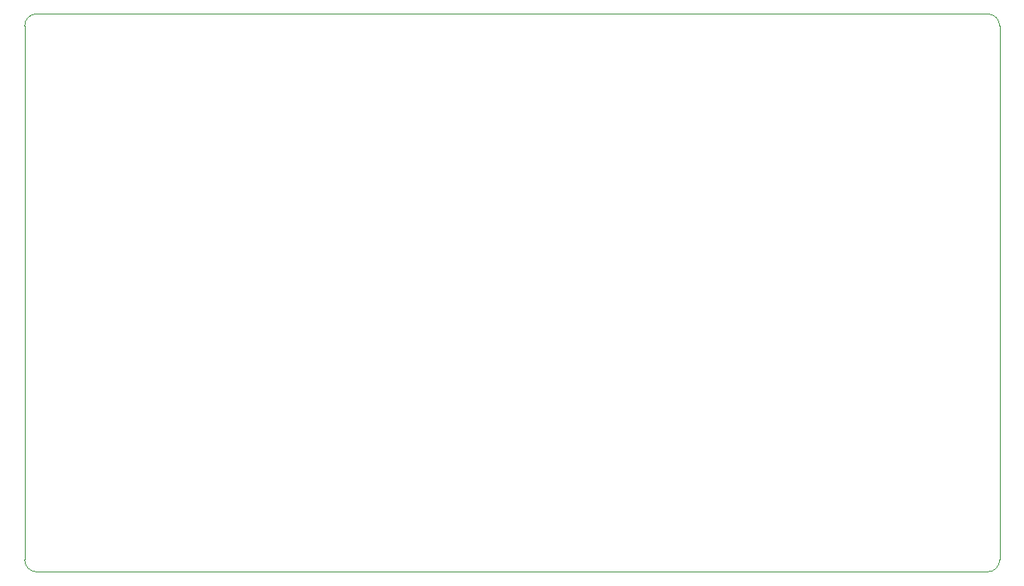
<source format=gbr>
G04 #@! TF.GenerationSoftware,KiCad,Pcbnew,(5.1.7)-1*
G04 #@! TF.CreationDate,2021-11-03T15:22:26-05:00*
G04 #@! TF.ProjectId,battery_pack,62617474-6572-4795-9f70-61636b2e6b69,1.0*
G04 #@! TF.SameCoordinates,Original*
G04 #@! TF.FileFunction,Profile,NP*
%FSLAX46Y46*%
G04 Gerber Fmt 4.6, Leading zero omitted, Abs format (unit mm)*
G04 Created by KiCad (PCBNEW (5.1.7)-1) date 2021-11-03 15:22:26*
%MOMM*%
%LPD*%
G01*
G04 APERTURE LIST*
G04 #@! TA.AperFunction,Profile*
%ADD10C,0.050000*%
G04 #@! TD*
G04 APERTURE END LIST*
D10*
X98806000Y-70104000D02*
G75*
G02*
X100076000Y-68834000I1270000J0D01*
G01*
X100076000Y-127762000D02*
G75*
G02*
X98806000Y-126492000I0J1270000D01*
G01*
X201676000Y-126492000D02*
G75*
G02*
X200406000Y-127762000I-1270000J0D01*
G01*
X200406000Y-68834000D02*
G75*
G02*
X201676000Y-70104000I0J-1270000D01*
G01*
X98806000Y-70104000D02*
X98806000Y-126492000D01*
X100076000Y-127762000D02*
X200406000Y-127762000D01*
X200406000Y-68834000D02*
X100076000Y-68834000D01*
X201676000Y-126492000D02*
X201676000Y-70104000D01*
M02*

</source>
